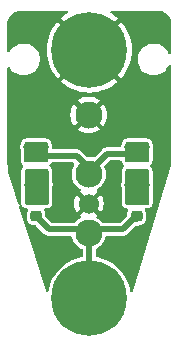
<source format=gbr>
%TF.GenerationSoftware,KiCad,Pcbnew,(6.0.11)*%
%TF.CreationDate,2023-02-05T15:16:19-06:00*%
%TF.ProjectId,Euclid Reverse Engineer,4575636c-6964-4205-9265-766572736520,rev?*%
%TF.SameCoordinates,Original*%
%TF.FileFunction,Copper,L2,Bot*%
%TF.FilePolarity,Positive*%
%FSLAX46Y46*%
G04 Gerber Fmt 4.6, Leading zero omitted, Abs format (unit mm)*
G04 Created by KiCad (PCBNEW (6.0.11)) date 2023-02-05 15:16:19*
%MOMM*%
%LPD*%
G01*
G04 APERTURE LIST*
G04 Aperture macros list*
%AMRoundRect*
0 Rectangle with rounded corners*
0 $1 Rounding radius*
0 $2 $3 $4 $5 $6 $7 $8 $9 X,Y pos of 4 corners*
0 Add a 4 corners polygon primitive as box body*
4,1,4,$2,$3,$4,$5,$6,$7,$8,$9,$2,$3,0*
0 Add four circle primitives for the rounded corners*
1,1,$1+$1,$2,$3*
1,1,$1+$1,$4,$5*
1,1,$1+$1,$6,$7*
1,1,$1+$1,$8,$9*
0 Add four rect primitives between the rounded corners*
20,1,$1+$1,$2,$3,$4,$5,0*
20,1,$1+$1,$4,$5,$6,$7,0*
20,1,$1+$1,$6,$7,$8,$9,0*
20,1,$1+$1,$8,$9,$2,$3,0*%
G04 Aperture macros list end*
%TA.AperFunction,ComponentPad*%
%ADD10C,2.300000*%
%TD*%
%TA.AperFunction,ComponentPad*%
%ADD11C,1.700000*%
%TD*%
%TA.AperFunction,ComponentPad*%
%ADD12C,0.800000*%
%TD*%
%TA.AperFunction,ComponentPad*%
%ADD13C,6.400000*%
%TD*%
%TA.AperFunction,SMDPad,CuDef*%
%ADD14RoundRect,0.200000X-0.275000X0.200000X-0.275000X-0.200000X0.275000X-0.200000X0.275000X0.200000X0*%
%TD*%
%TA.AperFunction,SMDPad,CuDef*%
%ADD15RoundRect,0.218750X0.256250X-0.218750X0.256250X0.218750X-0.256250X0.218750X-0.256250X-0.218750X0*%
%TD*%
%TA.AperFunction,ViaPad*%
%ADD16C,0.800000*%
%TD*%
%TA.AperFunction,Conductor*%
%ADD17C,0.500000*%
%TD*%
G04 APERTURE END LIST*
D10*
%TO.P,J1,1,Pin_1*%
%TO.N,/sig*%
X150700000Y-113700000D03*
D11*
%TO.P,J1,2,Pin_2*%
%TO.N,/gnd*%
X150700000Y-111200000D03*
D10*
%TO.P,J1,3,Pin_3*%
%TO.N,/vcc*%
X150700000Y-108700000D03*
%TO.P,J1,4,Pin_4*%
%TO.N,/gnd*%
X150700000Y-103700000D03*
%TD*%
D12*
%TO.P,H2,1,1*%
%TO.N,/gnd*%
X148350000Y-98200000D03*
X149052944Y-99897056D03*
X152447056Y-96502944D03*
X149052944Y-96502944D03*
X150750000Y-100600000D03*
D13*
X150750000Y-98200000D03*
D12*
X150750000Y-95800000D03*
X152447056Y-99897056D03*
X153150000Y-98200000D03*
%TD*%
D13*
%TO.P,H1,1,1*%
%TO.N,/sig*%
X150750000Y-119200000D03*
D12*
X149052944Y-120897056D03*
X153150000Y-119200000D03*
X149052944Y-117502944D03*
X152447056Y-117502944D03*
X150750000Y-121600000D03*
X152447056Y-120897056D03*
X150750000Y-116800000D03*
X148350000Y-119200000D03*
%TD*%
D14*
%TO.P,R1,1*%
%TO.N,/vcc*%
X154750000Y-107175000D03*
%TO.P,R1,2*%
%TO.N,/r to d 2*%
X154750000Y-108825000D03*
%TD*%
D15*
%TO.P,D1,1,K*%
%TO.N,/sig*%
X154750000Y-112287500D03*
%TO.P,D1,2,A*%
%TO.N,/r to d 2*%
X154750000Y-110712500D03*
%TD*%
%TO.P,D2,1,K*%
%TO.N,/sig*%
X146250000Y-112287500D03*
%TO.P,D2,2,A*%
%TO.N,/r to d 1*%
X146250000Y-110712500D03*
%TD*%
D14*
%TO.P,R2,1*%
%TO.N,/vcc*%
X146250000Y-107175000D03*
%TO.P,R2,2*%
%TO.N,/r to d 1*%
X146250000Y-108825000D03*
%TD*%
D16*
%TO.N,/gnd*%
X147250000Y-115250000D03*
X146250000Y-103250000D03*
X156200000Y-95800000D03*
X154750000Y-114250000D03*
X155500000Y-103500000D03*
X146200000Y-114000000D03*
X145200000Y-95800000D03*
%TO.N,/vcc*%
X146900000Y-106400000D03*
X145600000Y-106400000D03*
X155450000Y-106400000D03*
X154150000Y-106400000D03*
%TO.N,/r to d 2*%
X154150000Y-109600000D03*
X155450000Y-109600000D03*
%TO.N,/r to d 1*%
X146950000Y-109600000D03*
X145650000Y-109600000D03*
%TD*%
D17*
%TO.N,/sig*%
X153625000Y-113375000D02*
X150875000Y-113375000D01*
X146250000Y-112287500D02*
X147337500Y-113375000D01*
X154750000Y-112537500D02*
X154712500Y-112537500D01*
X147337500Y-113375000D02*
X150875000Y-113375000D01*
X153625000Y-113375000D02*
X154712500Y-112287500D01*
X150750000Y-113500000D02*
X150750000Y-119200000D01*
X150875000Y-116225000D02*
X150750000Y-116350000D01*
X154712500Y-112287500D02*
X154750000Y-112287500D01*
%TO.N,/vcc*%
X149675000Y-107175000D02*
X146250000Y-107175000D01*
X150875000Y-108375000D02*
X152250000Y-107000000D01*
X150875000Y-108375000D02*
X149675000Y-107175000D01*
X154575000Y-107000000D02*
X154750000Y-107175000D01*
X152250000Y-107000000D02*
X154575000Y-107000000D01*
%TO.N,/r to d 2*%
X154750000Y-108825000D02*
X154750000Y-110962500D01*
%TO.N,/r to d 1*%
X146250000Y-108825000D02*
X146250000Y-110712500D01*
%TD*%
%TA.AperFunction,Conductor*%
%TO.N,/gnd*%
G36*
X148924232Y-94881162D02*
G01*
X148970725Y-94934818D01*
X148980829Y-95005092D01*
X148951335Y-95069672D01*
X148924736Y-95092832D01*
X148633848Y-95281737D01*
X148628493Y-95285628D01*
X148360760Y-95502434D01*
X148352292Y-95514692D01*
X148358625Y-95525782D01*
X150737188Y-97904345D01*
X150751132Y-97911959D01*
X150752965Y-97911828D01*
X150759580Y-97907577D01*
X153140509Y-95526648D01*
X153147649Y-95513572D01*
X153140191Y-95503203D01*
X152871507Y-95285628D01*
X152866152Y-95281737D01*
X152575264Y-95092832D01*
X152529028Y-95038956D01*
X152519258Y-94968635D01*
X152549058Y-94904195D01*
X152608967Y-94866096D01*
X152643889Y-94861160D01*
X156462683Y-94861160D01*
X156484563Y-94863074D01*
X156489145Y-94863882D01*
X156500000Y-94865796D01*
X156510856Y-94863882D01*
X156521878Y-94863882D01*
X156521878Y-94864439D01*
X156534152Y-94863848D01*
X156677762Y-94875150D01*
X156697288Y-94878243D01*
X156861036Y-94917555D01*
X156879835Y-94923663D01*
X157035409Y-94988103D01*
X157053021Y-94997076D01*
X157121365Y-95038956D01*
X157196609Y-95085064D01*
X157212598Y-95096680D01*
X157340655Y-95206049D01*
X157354630Y-95220025D01*
X157463998Y-95348076D01*
X157475619Y-95364069D01*
X157563612Y-95507655D01*
X157572580Y-95525254D01*
X157637027Y-95680835D01*
X157643137Y-95699638D01*
X157682452Y-95863382D01*
X157685545Y-95882910D01*
X157696838Y-96026353D01*
X157696241Y-96038789D01*
X157696777Y-96038789D01*
X157696777Y-96049814D01*
X157694864Y-96060668D01*
X157696778Y-96071521D01*
X157696778Y-96071524D01*
X157697585Y-96076097D01*
X157699500Y-96097980D01*
X157699500Y-98451782D01*
X157679498Y-98519903D01*
X157625842Y-98566396D01*
X157555568Y-98576500D01*
X157490988Y-98547006D01*
X157459305Y-98505032D01*
X157454933Y-98495655D01*
X157374035Y-98322171D01*
X157238495Y-98128599D01*
X157071401Y-97961505D01*
X156877829Y-97825965D01*
X156872851Y-97823644D01*
X156872848Y-97823642D01*
X156668645Y-97728420D01*
X156668643Y-97728419D01*
X156663663Y-97726097D01*
X156658355Y-97724675D01*
X156658353Y-97724674D01*
X156440723Y-97666361D01*
X156440722Y-97666361D01*
X156435408Y-97664937D01*
X156332318Y-97655918D01*
X156261690Y-97649738D01*
X156261683Y-97649738D01*
X156258966Y-97649500D01*
X156141034Y-97649500D01*
X156138317Y-97649738D01*
X156138310Y-97649738D01*
X156067682Y-97655918D01*
X155964592Y-97664937D01*
X155959278Y-97666361D01*
X155959277Y-97666361D01*
X155741647Y-97724674D01*
X155741645Y-97724675D01*
X155736337Y-97726097D01*
X155731357Y-97728419D01*
X155731355Y-97728420D01*
X155527152Y-97823642D01*
X155527149Y-97823644D01*
X155522171Y-97825965D01*
X155328599Y-97961505D01*
X155161505Y-98128599D01*
X155158348Y-98133107D01*
X155158346Y-98133110D01*
X155109433Y-98202965D01*
X155025965Y-98322170D01*
X155023642Y-98327152D01*
X155023639Y-98327157D01*
X154948618Y-98488041D01*
X154926097Y-98536337D01*
X154924675Y-98541645D01*
X154924674Y-98541647D01*
X154915335Y-98576500D01*
X154864937Y-98764592D01*
X154844341Y-99000000D01*
X154864937Y-99235408D01*
X154866361Y-99240722D01*
X154866361Y-99240723D01*
X154920208Y-99441683D01*
X154926097Y-99463663D01*
X154928419Y-99468643D01*
X154928420Y-99468645D01*
X155021942Y-99669201D01*
X155025965Y-99677829D01*
X155161505Y-99871401D01*
X155328599Y-100038495D01*
X155522171Y-100174035D01*
X155527149Y-100176356D01*
X155527152Y-100176358D01*
X155731355Y-100271580D01*
X155736337Y-100273903D01*
X155741645Y-100275325D01*
X155741647Y-100275326D01*
X155959277Y-100333639D01*
X155964592Y-100335063D01*
X156067682Y-100344082D01*
X156138310Y-100350262D01*
X156138317Y-100350262D01*
X156141034Y-100350500D01*
X156258966Y-100350500D01*
X156261683Y-100350262D01*
X156261690Y-100350262D01*
X156332318Y-100344082D01*
X156435408Y-100335063D01*
X156440723Y-100333639D01*
X156658353Y-100275326D01*
X156658355Y-100275325D01*
X156663663Y-100273903D01*
X156668645Y-100271580D01*
X156872848Y-100176358D01*
X156872851Y-100176356D01*
X156877829Y-100174035D01*
X157071401Y-100038495D01*
X157238495Y-99871401D01*
X157241655Y-99866889D01*
X157370878Y-99682339D01*
X157370881Y-99682334D01*
X157374035Y-99677830D01*
X157376358Y-99672848D01*
X157376361Y-99672843D01*
X157459305Y-99494968D01*
X157506222Y-99441683D01*
X157574500Y-99422222D01*
X157642460Y-99442764D01*
X157688525Y-99496787D01*
X157699500Y-99548218D01*
X157699500Y-107459055D01*
X157697200Y-107483020D01*
X157694906Y-107494862D01*
X157696637Y-107505748D01*
X157696557Y-107510504D01*
X157697527Y-107529866D01*
X157685090Y-107745568D01*
X157684082Y-107755786D01*
X157649984Y-107999323D01*
X157648147Y-108009425D01*
X157594335Y-108249368D01*
X157591682Y-108259287D01*
X157576889Y-108306750D01*
X157538318Y-108430506D01*
X157532205Y-108450118D01*
X157530024Y-108456142D01*
X157530093Y-108456167D01*
X157529049Y-108459084D01*
X157527878Y-108461914D01*
X157526989Y-108464843D01*
X157526986Y-108464851D01*
X157526313Y-108467070D01*
X157521466Y-108478344D01*
X157518079Y-108487831D01*
X157512627Y-108497411D01*
X157510780Y-108508278D01*
X157510779Y-108508281D01*
X157508268Y-108523051D01*
X157504617Y-108538537D01*
X154444462Y-118619049D01*
X154405535Y-118678422D01*
X154340687Y-118707324D01*
X154270508Y-118696579D01*
X154217279Y-118649598D01*
X154199446Y-118602159D01*
X154179221Y-118474467D01*
X154178705Y-118471206D01*
X154083742Y-118116801D01*
X153952255Y-117774264D01*
X153785682Y-117447348D01*
X153585851Y-117139634D01*
X153354949Y-116854494D01*
X153095506Y-116595051D01*
X152810366Y-116364149D01*
X152502652Y-116164318D01*
X152499718Y-116162823D01*
X152499711Y-116162819D01*
X152178676Y-115999243D01*
X152175736Y-115997745D01*
X151833199Y-115866258D01*
X151478794Y-115771295D01*
X151475535Y-115770779D01*
X151475531Y-115770778D01*
X151449547Y-115766663D01*
X151406789Y-115759891D01*
X151342637Y-115729479D01*
X151305110Y-115669211D01*
X151300500Y-115635442D01*
X151300500Y-115099691D01*
X151320502Y-115031570D01*
X151371068Y-114986539D01*
X151440623Y-114952465D01*
X151440627Y-114952463D01*
X151445264Y-114950191D01*
X151526492Y-114892252D01*
X151635242Y-114814681D01*
X151639445Y-114811683D01*
X151808397Y-114643320D01*
X151947582Y-114449623D01*
X151996106Y-114351444D01*
X152050969Y-114240437D01*
X152050970Y-114240435D01*
X152053263Y-114235795D01*
X152120384Y-114014872D01*
X152159325Y-113955507D01*
X152224179Y-113926620D01*
X152240943Y-113925500D01*
X153610007Y-113925500D01*
X153615284Y-113925611D01*
X153677294Y-113928210D01*
X153688848Y-113925500D01*
X153719662Y-113918273D01*
X153731333Y-113916110D01*
X153746229Y-113914069D01*
X153774432Y-113910206D01*
X153788230Y-113904235D01*
X153809499Y-113897201D01*
X153815775Y-113895729D01*
X153824136Y-113893768D01*
X153831661Y-113889631D01*
X153831664Y-113889630D01*
X153862268Y-113872805D01*
X153872913Y-113867589D01*
X153912855Y-113850305D01*
X153924541Y-113840842D01*
X153943126Y-113828354D01*
X153956308Y-113821107D01*
X153964422Y-113814103D01*
X153988958Y-113789567D01*
X153998759Y-113780742D01*
X154023392Y-113760794D01*
X154023393Y-113760793D01*
X154030070Y-113755386D01*
X154040966Y-113740054D01*
X154054576Y-113723949D01*
X154653619Y-113124905D01*
X154715932Y-113090880D01*
X154742715Y-113088000D01*
X154787785Y-113088000D01*
X154792030Y-113087418D01*
X154792037Y-113087418D01*
X154890923Y-113073872D01*
X154890926Y-113073871D01*
X154899432Y-113072706D01*
X154984573Y-113035862D01*
X155034611Y-113025500D01*
X155046594Y-113025500D01*
X155092550Y-113019939D01*
X155123234Y-113016226D01*
X155123236Y-113016226D01*
X155131273Y-113015253D01*
X155263548Y-112962881D01*
X155376867Y-112876867D01*
X155462881Y-112763548D01*
X155515253Y-112631273D01*
X155517634Y-112611602D01*
X155525044Y-112550360D01*
X155525500Y-112546594D01*
X155525500Y-112028406D01*
X155515253Y-111943727D01*
X155462881Y-111811452D01*
X155457691Y-111804614D01*
X155453471Y-111797125D01*
X155455554Y-111795951D01*
X155434765Y-111741324D01*
X155449395Y-111671851D01*
X155499262Y-111621316D01*
X155560381Y-111605500D01*
X155674000Y-111605500D01*
X155677346Y-111605140D01*
X155677351Y-111605140D01*
X155735573Y-111598881D01*
X155735580Y-111598880D01*
X155738937Y-111598519D01*
X155742238Y-111597801D01*
X155789277Y-111587569D01*
X155789292Y-111587565D01*
X155791279Y-111587133D01*
X155793242Y-111586570D01*
X155793250Y-111586568D01*
X155821916Y-111578347D01*
X155821919Y-111578346D01*
X155829488Y-111576175D01*
X155914730Y-111526322D01*
X155921380Y-111522433D01*
X155921384Y-111522430D01*
X155926401Y-111519496D01*
X155980057Y-111473003D01*
X156022238Y-111428267D01*
X156026320Y-111420239D01*
X156026322Y-111420236D01*
X156070484Y-111333381D01*
X156070485Y-111333377D01*
X156073123Y-111328190D01*
X156077077Y-111314726D01*
X156084549Y-111289277D01*
X156093125Y-111260069D01*
X156096164Y-111238937D01*
X156100384Y-111209580D01*
X156105500Y-111174000D01*
X156105500Y-109871940D01*
X156114593Y-109824944D01*
X156128765Y-109789691D01*
X156128767Y-109789684D01*
X156131601Y-109782634D01*
X156155490Y-109614778D01*
X156155645Y-109600000D01*
X156153840Y-109585080D01*
X156150224Y-109555201D01*
X156135276Y-109431680D01*
X156113634Y-109374406D01*
X156105500Y-109329868D01*
X156105500Y-108426000D01*
X156098519Y-108361063D01*
X156092982Y-108335607D01*
X156087569Y-108310723D01*
X156087565Y-108310708D01*
X156087133Y-108308721D01*
X156076175Y-108270512D01*
X156063809Y-108249368D01*
X156022433Y-108178620D01*
X156022430Y-108178616D01*
X156019496Y-108173599D01*
X155973003Y-108119943D01*
X155970687Y-108117759D01*
X155970680Y-108117752D01*
X155941319Y-108090068D01*
X155905477Y-108028783D01*
X155908458Y-107957849D01*
X155945244Y-107903169D01*
X155977652Y-107875087D01*
X155977653Y-107875086D01*
X155980057Y-107873003D01*
X156022238Y-107828267D01*
X156026320Y-107820239D01*
X156026322Y-107820236D01*
X156070484Y-107733381D01*
X156070485Y-107733377D01*
X156073123Y-107728190D01*
X156093125Y-107660069D01*
X156094614Y-107649718D01*
X156100357Y-107609772D01*
X156105500Y-107574000D01*
X156105500Y-106671940D01*
X156114593Y-106624944D01*
X156128765Y-106589691D01*
X156128767Y-106589684D01*
X156131601Y-106582634D01*
X156140332Y-106521285D01*
X156154909Y-106418862D01*
X156154909Y-106418859D01*
X156155490Y-106414778D01*
X156155645Y-106400000D01*
X156153840Y-106385080D01*
X156136188Y-106239220D01*
X156135276Y-106231680D01*
X156113634Y-106174406D01*
X156106022Y-106132727D01*
X156105681Y-106132745D01*
X156105538Y-106130075D01*
X156105500Y-106129868D01*
X156105500Y-106126000D01*
X156098519Y-106061063D01*
X156092982Y-106035607D01*
X156087569Y-106010723D01*
X156087565Y-106010708D01*
X156087133Y-106008721D01*
X156076175Y-105970512D01*
X156019496Y-105873599D01*
X155973003Y-105819943D01*
X155928267Y-105777762D01*
X155920239Y-105773680D01*
X155920236Y-105773678D01*
X155833381Y-105729516D01*
X155833377Y-105729515D01*
X155828190Y-105726877D01*
X155822604Y-105725237D01*
X155822602Y-105725236D01*
X155782400Y-105713432D01*
X155760069Y-105706875D01*
X155755613Y-105706234D01*
X155755607Y-105706233D01*
X155709772Y-105699643D01*
X155674000Y-105694500D01*
X153926000Y-105694500D01*
X153922654Y-105694860D01*
X153922649Y-105694860D01*
X153864427Y-105701119D01*
X153864420Y-105701120D01*
X153861063Y-105701481D01*
X153857763Y-105702199D01*
X153857762Y-105702199D01*
X153810723Y-105712431D01*
X153810708Y-105712435D01*
X153808721Y-105712867D01*
X153806758Y-105713430D01*
X153806750Y-105713432D01*
X153778084Y-105721653D01*
X153778081Y-105721654D01*
X153770512Y-105723825D01*
X153763712Y-105727802D01*
X153678620Y-105777567D01*
X153678616Y-105777570D01*
X153673599Y-105780504D01*
X153619943Y-105826997D01*
X153577762Y-105871733D01*
X153573680Y-105879761D01*
X153573678Y-105879764D01*
X153530994Y-105963712D01*
X153526877Y-105971810D01*
X153506875Y-106039931D01*
X153506234Y-106044387D01*
X153506233Y-106044393D01*
X153503353Y-106064427D01*
X153494500Y-106126000D01*
X153494500Y-106130507D01*
X153494179Y-106134992D01*
X153493396Y-106134936D01*
X153485893Y-106174834D01*
X153466524Y-106224513D01*
X153465532Y-106232046D01*
X153465532Y-106232047D01*
X153451327Y-106339946D01*
X153422605Y-106404873D01*
X153363339Y-106443965D01*
X153326405Y-106449500D01*
X152264993Y-106449500D01*
X152259717Y-106449389D01*
X152255310Y-106449204D01*
X152197706Y-106446790D01*
X152189341Y-106448752D01*
X152155338Y-106456727D01*
X152143667Y-106458890D01*
X152128771Y-106460931D01*
X152100568Y-106464794D01*
X152092684Y-106468206D01*
X152092683Y-106468206D01*
X152086770Y-106470765D01*
X152065501Y-106477799D01*
X152050864Y-106481232D01*
X152043339Y-106485369D01*
X152043336Y-106485370D01*
X152012732Y-106502195D01*
X152002087Y-106507411D01*
X151962145Y-106524695D01*
X151950459Y-106534158D01*
X151931875Y-106546645D01*
X151918692Y-106553893D01*
X151910578Y-106560897D01*
X151886042Y-106585433D01*
X151876241Y-106594258D01*
X151851608Y-106614206D01*
X151844930Y-106619614D01*
X151839957Y-106626612D01*
X151839952Y-106626617D01*
X151834032Y-106634948D01*
X151820421Y-106651054D01*
X151206927Y-107264548D01*
X151144615Y-107298574D01*
X151081997Y-107294619D01*
X151081668Y-107295864D01*
X151076669Y-107294543D01*
X151071794Y-107292817D01*
X151041601Y-107287439D01*
X150842060Y-107251894D01*
X150842056Y-107251894D01*
X150836972Y-107250988D01*
X150757010Y-107250011D01*
X150603641Y-107248137D01*
X150603639Y-107248137D01*
X150598471Y-107248074D01*
X150593358Y-107248856D01*
X150588977Y-107249163D01*
X150519627Y-107233964D01*
X150491089Y-107212565D01*
X150074882Y-106796358D01*
X150071229Y-106792549D01*
X150035015Y-106753167D01*
X150029201Y-106746844D01*
X149992198Y-106723901D01*
X149982448Y-106717200D01*
X149947783Y-106690888D01*
X149933804Y-106685354D01*
X149913801Y-106675293D01*
X149901014Y-106667365D01*
X149892763Y-106664968D01*
X149892761Y-106664967D01*
X149859228Y-106655225D01*
X149847995Y-106651379D01*
X149807547Y-106635364D01*
X149799006Y-106634466D01*
X149799005Y-106634466D01*
X149792592Y-106633792D01*
X149770617Y-106629480D01*
X149756175Y-106625285D01*
X149748692Y-106624736D01*
X149747792Y-106624669D01*
X149747781Y-106624669D01*
X149745485Y-106624500D01*
X149710783Y-106624500D01*
X149697613Y-106623810D01*
X149687384Y-106622735D01*
X149657546Y-106619599D01*
X149649081Y-106621031D01*
X149649072Y-106621031D01*
X149639000Y-106622735D01*
X149617987Y-106624500D01*
X147720844Y-106624500D01*
X147652723Y-106604498D01*
X147606230Y-106550842D01*
X147596101Y-106480748D01*
X147605490Y-106414778D01*
X147605645Y-106400000D01*
X147603840Y-106385080D01*
X147586188Y-106239220D01*
X147585276Y-106231680D01*
X147563634Y-106174406D01*
X147556022Y-106132727D01*
X147555681Y-106132745D01*
X147555538Y-106130075D01*
X147555500Y-106129868D01*
X147555500Y-106126000D01*
X147548519Y-106061063D01*
X147542982Y-106035607D01*
X147537569Y-106010723D01*
X147537565Y-106010708D01*
X147537133Y-106008721D01*
X147526175Y-105970512D01*
X147469496Y-105873599D01*
X147423003Y-105819943D01*
X147378267Y-105777762D01*
X147370239Y-105773680D01*
X147370236Y-105773678D01*
X147283381Y-105729516D01*
X147283377Y-105729515D01*
X147278190Y-105726877D01*
X147272604Y-105725237D01*
X147272602Y-105725236D01*
X147232400Y-105713432D01*
X147210069Y-105706875D01*
X147205613Y-105706234D01*
X147205607Y-105706233D01*
X147159772Y-105699643D01*
X147124000Y-105694500D01*
X145376000Y-105694500D01*
X145372654Y-105694860D01*
X145372649Y-105694860D01*
X145314427Y-105701119D01*
X145314420Y-105701120D01*
X145311063Y-105701481D01*
X145307763Y-105702199D01*
X145307762Y-105702199D01*
X145260723Y-105712431D01*
X145260708Y-105712435D01*
X145258721Y-105712867D01*
X145256758Y-105713430D01*
X145256750Y-105713432D01*
X145228084Y-105721653D01*
X145228081Y-105721654D01*
X145220512Y-105723825D01*
X145213712Y-105727802D01*
X145128620Y-105777567D01*
X145128616Y-105777570D01*
X145123599Y-105780504D01*
X145069943Y-105826997D01*
X145027762Y-105871733D01*
X145023680Y-105879761D01*
X145023678Y-105879764D01*
X144980994Y-105963712D01*
X144976877Y-105971810D01*
X144956875Y-106039931D01*
X144956234Y-106044387D01*
X144956233Y-106044393D01*
X144953353Y-106064427D01*
X144944500Y-106126000D01*
X144944500Y-106130507D01*
X144944179Y-106134992D01*
X144943396Y-106134936D01*
X144935893Y-106174834D01*
X144916524Y-106224513D01*
X144894394Y-106392611D01*
X144912999Y-106561135D01*
X144915609Y-106568267D01*
X144936826Y-106626245D01*
X144944500Y-106669546D01*
X144944500Y-107574000D01*
X144951481Y-107638937D01*
X144952199Y-107642237D01*
X144952199Y-107642238D01*
X144962431Y-107689277D01*
X144962435Y-107689292D01*
X144962867Y-107691279D01*
X144973825Y-107729488D01*
X144977802Y-107736288D01*
X145020924Y-107810020D01*
X145030504Y-107826401D01*
X145076997Y-107880057D01*
X145079309Y-107882237D01*
X145079311Y-107882239D01*
X145108682Y-107909932D01*
X145121733Y-107922238D01*
X145122811Y-107922786D01*
X145164556Y-107975260D01*
X145171702Y-108045896D01*
X145139525Y-108109182D01*
X145130362Y-108117968D01*
X145122351Y-108124910D01*
X145122348Y-108124913D01*
X145119943Y-108126997D01*
X145077762Y-108171733D01*
X145073680Y-108179761D01*
X145073678Y-108179764D01*
X145033244Y-108259287D01*
X145026877Y-108271810D01*
X145006875Y-108339931D01*
X145006234Y-108344387D01*
X145006233Y-108344393D01*
X145003353Y-108364427D01*
X144994500Y-108426000D01*
X144994500Y-109329065D01*
X144985893Y-109374834D01*
X144966524Y-109424513D01*
X144965532Y-109432046D01*
X144965532Y-109432047D01*
X144948225Y-109563514D01*
X144944394Y-109592611D01*
X144962999Y-109761135D01*
X144965609Y-109768267D01*
X144986826Y-109826245D01*
X144994500Y-109869546D01*
X144994500Y-111174000D01*
X144998673Y-111212812D01*
X144999042Y-111216245D01*
X144986436Y-111286114D01*
X144962620Y-111311694D01*
X144986981Y-111314726D01*
X145041510Y-111360192D01*
X145045588Y-111366701D01*
X145063376Y-111397115D01*
X145080504Y-111426401D01*
X145126997Y-111480057D01*
X145129309Y-111482237D01*
X145129311Y-111482239D01*
X145140002Y-111492320D01*
X145171733Y-111522238D01*
X145179761Y-111526320D01*
X145179764Y-111526322D01*
X145266619Y-111570484D01*
X145266623Y-111570485D01*
X145271810Y-111573123D01*
X145277396Y-111574763D01*
X145277398Y-111574764D01*
X145282204Y-111576175D01*
X145339931Y-111593125D01*
X145344387Y-111593766D01*
X145344393Y-111593767D01*
X145379964Y-111598881D01*
X145426000Y-111605500D01*
X145439619Y-111605500D01*
X145507740Y-111625502D01*
X145554233Y-111679158D01*
X145564337Y-111749432D01*
X145544802Y-111796152D01*
X145546529Y-111797125D01*
X145542309Y-111804614D01*
X145537119Y-111811452D01*
X145484747Y-111943727D01*
X145474500Y-112028406D01*
X145474500Y-112546594D01*
X145474956Y-112550360D01*
X145482367Y-112611602D01*
X145484747Y-112631273D01*
X145537119Y-112763548D01*
X145623133Y-112876867D01*
X145736452Y-112962881D01*
X145868727Y-113015253D01*
X145876764Y-113016226D01*
X145876766Y-113016226D01*
X145907450Y-113019939D01*
X145953406Y-113025500D01*
X146157285Y-113025500D01*
X146225406Y-113045502D01*
X146246380Y-113062405D01*
X146937620Y-113753645D01*
X146941271Y-113757452D01*
X146983299Y-113803156D01*
X146990604Y-113807685D01*
X146990605Y-113807686D01*
X147020283Y-113826087D01*
X147030053Y-113832801D01*
X147064716Y-113859112D01*
X147078693Y-113864646D01*
X147098702Y-113874709D01*
X147104188Y-113878111D01*
X147104192Y-113878113D01*
X147111486Y-113882635D01*
X147119728Y-113885029D01*
X147119731Y-113885031D01*
X147153284Y-113894779D01*
X147164497Y-113898618D01*
X147204953Y-113914635D01*
X147213496Y-113915533D01*
X147213497Y-113915533D01*
X147219902Y-113916206D01*
X147241880Y-113920518D01*
X147256325Y-113924715D01*
X147262908Y-113925198D01*
X147262911Y-113925199D01*
X147264708Y-113925331D01*
X147264719Y-113925331D01*
X147267015Y-113925500D01*
X147301719Y-113925500D01*
X147314890Y-113926190D01*
X147354954Y-113930401D01*
X147363419Y-113928969D01*
X147363428Y-113928969D01*
X147373500Y-113927265D01*
X147394513Y-113925500D01*
X149163099Y-113925500D01*
X149231220Y-113945502D01*
X149277713Y-113999158D01*
X149286015Y-114023798D01*
X149311131Y-114135245D01*
X149313073Y-114140027D01*
X149313074Y-114140031D01*
X149351960Y-114235795D01*
X149400867Y-114356239D01*
X149525493Y-114559609D01*
X149681660Y-114739894D01*
X149865176Y-114892252D01*
X150071112Y-115012591D01*
X150075941Y-115014435D01*
X150118448Y-115030667D01*
X150174952Y-115073654D01*
X150199245Y-115140365D01*
X150199500Y-115148377D01*
X150199500Y-115635442D01*
X150179498Y-115703563D01*
X150125842Y-115750056D01*
X150093212Y-115759890D01*
X150050453Y-115766663D01*
X150024469Y-115770778D01*
X150024465Y-115770779D01*
X150021206Y-115771295D01*
X149666801Y-115866258D01*
X149324264Y-115997745D01*
X149321324Y-115999243D01*
X149000289Y-116162819D01*
X149000282Y-116162823D01*
X148997348Y-116164318D01*
X148689634Y-116364149D01*
X148404494Y-116595051D01*
X148145051Y-116854494D01*
X147914149Y-117139634D01*
X147714318Y-117447348D01*
X147547745Y-117774264D01*
X147416258Y-118116801D01*
X147321295Y-118471206D01*
X147320779Y-118474467D01*
X147303599Y-118582935D01*
X147273187Y-118647088D01*
X147212918Y-118684615D01*
X147141929Y-118683601D01*
X147082757Y-118644368D01*
X147058949Y-118601011D01*
X146126683Y-115635442D01*
X144816623Y-111468098D01*
X144815276Y-111397115D01*
X144845673Y-111347781D01*
X144801904Y-111333213D01*
X144757355Y-111277932D01*
X144753563Y-111267501D01*
X144294761Y-109808037D01*
X143902209Y-108559317D01*
X143902116Y-108558903D01*
X143902164Y-108557513D01*
X143898342Y-108545753D01*
X143893128Y-108522307D01*
X143853720Y-108204442D01*
X143853280Y-108200348D01*
X143837510Y-108026877D01*
X143821193Y-107847395D01*
X143820889Y-107843298D01*
X143820164Y-107830797D01*
X143802333Y-107523564D01*
X143803233Y-107499567D01*
X143803411Y-107498233D01*
X143803411Y-107498230D01*
X143804872Y-107487302D01*
X143802507Y-107476533D01*
X143802216Y-107469539D01*
X143800500Y-107453720D01*
X143800500Y-104930421D01*
X149758567Y-104930421D01*
X149765354Y-104940122D01*
X149782351Y-104954638D01*
X149790333Y-104960438D01*
X149989919Y-105082745D01*
X149998713Y-105087226D01*
X150214970Y-105176802D01*
X150224355Y-105179851D01*
X150451964Y-105234496D01*
X150461711Y-105236039D01*
X150695070Y-105254405D01*
X150704930Y-105254405D01*
X150938289Y-105236039D01*
X150948036Y-105234496D01*
X151175645Y-105179851D01*
X151185030Y-105176802D01*
X151401287Y-105087226D01*
X151410081Y-105082745D01*
X151609667Y-104960438D01*
X151617649Y-104954638D01*
X151633076Y-104941463D01*
X151641506Y-104928549D01*
X151635499Y-104918342D01*
X150712812Y-103995655D01*
X150698868Y-103988041D01*
X150697035Y-103988172D01*
X150690420Y-103992423D01*
X149765959Y-104916884D01*
X149758567Y-104930421D01*
X143800500Y-104930421D01*
X143800500Y-103704930D01*
X149145595Y-103704930D01*
X149163961Y-103938289D01*
X149165504Y-103948036D01*
X149220149Y-104175645D01*
X149223198Y-104185030D01*
X149312774Y-104401287D01*
X149317255Y-104410081D01*
X149439562Y-104609667D01*
X149445362Y-104617649D01*
X149458537Y-104633076D01*
X149471451Y-104641506D01*
X149481658Y-104635499D01*
X150404345Y-103712812D01*
X150410723Y-103701132D01*
X150988041Y-103701132D01*
X150988172Y-103702965D01*
X150992423Y-103709580D01*
X151916884Y-104634041D01*
X151930421Y-104641433D01*
X151940122Y-104634646D01*
X151954638Y-104617649D01*
X151960438Y-104609667D01*
X152082745Y-104410081D01*
X152087226Y-104401287D01*
X152176802Y-104185030D01*
X152179851Y-104175645D01*
X152234496Y-103948036D01*
X152236039Y-103938289D01*
X152254405Y-103704930D01*
X152254405Y-103695070D01*
X152236039Y-103461711D01*
X152234496Y-103451964D01*
X152179851Y-103224355D01*
X152176802Y-103214970D01*
X152087226Y-102998713D01*
X152082745Y-102989919D01*
X151960438Y-102790333D01*
X151954638Y-102782351D01*
X151941463Y-102766924D01*
X151928549Y-102758494D01*
X151918342Y-102764501D01*
X150995655Y-103687188D01*
X150988041Y-103701132D01*
X150410723Y-103701132D01*
X150411959Y-103698868D01*
X150411828Y-103697035D01*
X150407577Y-103690420D01*
X149483116Y-102765959D01*
X149469579Y-102758567D01*
X149459878Y-102765354D01*
X149445362Y-102782351D01*
X149439562Y-102790333D01*
X149317255Y-102989919D01*
X149312774Y-102998713D01*
X149223198Y-103214970D01*
X149220149Y-103224355D01*
X149165504Y-103451964D01*
X149163961Y-103461711D01*
X149145595Y-103695070D01*
X149145595Y-103704930D01*
X143800500Y-103704930D01*
X143800500Y-102471451D01*
X149758494Y-102471451D01*
X149764501Y-102481658D01*
X150687188Y-103404345D01*
X150701132Y-103411959D01*
X150702965Y-103411828D01*
X150709580Y-103407577D01*
X151634041Y-102483116D01*
X151641433Y-102469579D01*
X151634646Y-102459878D01*
X151617649Y-102445362D01*
X151609667Y-102439562D01*
X151410081Y-102317255D01*
X151401287Y-102312774D01*
X151185030Y-102223198D01*
X151175645Y-102220149D01*
X150948036Y-102165504D01*
X150938289Y-102163961D01*
X150704930Y-102145595D01*
X150695070Y-102145595D01*
X150461711Y-102163961D01*
X150451964Y-102165504D01*
X150224355Y-102220149D01*
X150214970Y-102223198D01*
X149998713Y-102312774D01*
X149989919Y-102317255D01*
X149790333Y-102439562D01*
X149782351Y-102445362D01*
X149766924Y-102458537D01*
X149758494Y-102471451D01*
X143800500Y-102471451D01*
X143800500Y-100886428D01*
X148352351Y-100886428D01*
X148359809Y-100896797D01*
X148628493Y-101114372D01*
X148633844Y-101118260D01*
X148944761Y-101320172D01*
X148950471Y-101323469D01*
X149280799Y-101491779D01*
X149286824Y-101494461D01*
X149632922Y-101627316D01*
X149639204Y-101629357D01*
X149997302Y-101725308D01*
X150003752Y-101726679D01*
X150369933Y-101784678D01*
X150376471Y-101785364D01*
X150746699Y-101804767D01*
X150753301Y-101804767D01*
X151123529Y-101785364D01*
X151130067Y-101784678D01*
X151496248Y-101726679D01*
X151502698Y-101725308D01*
X151860796Y-101629357D01*
X151867078Y-101627316D01*
X152213176Y-101494461D01*
X152219201Y-101491779D01*
X152549529Y-101323469D01*
X152555239Y-101320172D01*
X152866156Y-101118260D01*
X152871507Y-101114372D01*
X153139240Y-100897566D01*
X153147708Y-100885308D01*
X153141375Y-100874218D01*
X150762812Y-98495655D01*
X150748868Y-98488041D01*
X150747035Y-98488172D01*
X150740420Y-98492423D01*
X148359491Y-100873352D01*
X148352351Y-100886428D01*
X143800500Y-100886428D01*
X143800500Y-99755452D01*
X143820502Y-99687331D01*
X143874158Y-99640838D01*
X143944432Y-99630734D01*
X144009012Y-99660228D01*
X144029713Y-99683182D01*
X144161505Y-99871401D01*
X144328599Y-100038495D01*
X144522171Y-100174035D01*
X144527149Y-100176356D01*
X144527152Y-100176358D01*
X144731355Y-100271580D01*
X144736337Y-100273903D01*
X144741645Y-100275325D01*
X144741647Y-100275326D01*
X144959277Y-100333639D01*
X144964592Y-100335063D01*
X145067682Y-100344082D01*
X145138310Y-100350262D01*
X145138317Y-100350262D01*
X145141034Y-100350500D01*
X145258966Y-100350500D01*
X145261683Y-100350262D01*
X145261690Y-100350262D01*
X145332318Y-100344082D01*
X145435408Y-100335063D01*
X145440723Y-100333639D01*
X145658353Y-100275326D01*
X145658355Y-100275325D01*
X145663663Y-100273903D01*
X145668645Y-100271580D01*
X145872848Y-100176358D01*
X145872851Y-100176356D01*
X145877829Y-100174035D01*
X146071401Y-100038495D01*
X146238495Y-99871401D01*
X146241655Y-99866889D01*
X146370878Y-99682339D01*
X146370881Y-99682334D01*
X146374035Y-99677830D01*
X146376358Y-99672848D01*
X146376361Y-99672843D01*
X146471580Y-99468645D01*
X146471581Y-99468644D01*
X146473903Y-99463663D01*
X146479793Y-99441683D01*
X146533639Y-99240723D01*
X146533639Y-99240722D01*
X146535063Y-99235408D01*
X146555659Y-99000000D01*
X146535063Y-98764592D01*
X146484665Y-98576500D01*
X146475326Y-98541647D01*
X146475325Y-98541645D01*
X146473903Y-98536337D01*
X146454933Y-98495655D01*
X146376358Y-98327152D01*
X146376356Y-98327149D01*
X146374035Y-98322171D01*
X146290802Y-98203301D01*
X147145233Y-98203301D01*
X147164636Y-98573529D01*
X147165322Y-98580067D01*
X147223321Y-98946248D01*
X147224692Y-98952698D01*
X147320643Y-99310796D01*
X147322684Y-99317078D01*
X147455539Y-99663176D01*
X147458221Y-99669201D01*
X147626531Y-99999529D01*
X147629828Y-100005239D01*
X147831740Y-100316156D01*
X147835628Y-100321507D01*
X148052434Y-100589240D01*
X148064692Y-100597708D01*
X148075782Y-100591375D01*
X150454345Y-98212812D01*
X150460723Y-98201132D01*
X151038041Y-98201132D01*
X151038172Y-98202965D01*
X151042423Y-98209580D01*
X153423352Y-100590509D01*
X153436428Y-100597649D01*
X153446797Y-100590191D01*
X153664372Y-100321507D01*
X153668260Y-100316156D01*
X153870172Y-100005239D01*
X153873469Y-99999529D01*
X154041779Y-99669201D01*
X154044461Y-99663176D01*
X154177316Y-99317078D01*
X154179357Y-99310796D01*
X154275308Y-98952698D01*
X154276679Y-98946248D01*
X154334678Y-98580067D01*
X154335364Y-98573529D01*
X154354767Y-98203301D01*
X154354767Y-98196699D01*
X154335364Y-97826471D01*
X154334678Y-97819933D01*
X154276679Y-97453752D01*
X154275308Y-97447302D01*
X154179357Y-97089204D01*
X154177316Y-97082922D01*
X154044461Y-96736824D01*
X154041779Y-96730799D01*
X153873469Y-96400471D01*
X153870172Y-96394761D01*
X153668260Y-96083844D01*
X153664372Y-96078493D01*
X153447566Y-95810760D01*
X153435308Y-95802292D01*
X153424218Y-95808625D01*
X151045655Y-98187188D01*
X151038041Y-98201132D01*
X150460723Y-98201132D01*
X150461959Y-98198868D01*
X150461828Y-98197035D01*
X150457577Y-98190420D01*
X148076648Y-95809491D01*
X148063572Y-95802351D01*
X148053203Y-95809809D01*
X147835628Y-96078493D01*
X147831740Y-96083844D01*
X147629828Y-96394761D01*
X147626531Y-96400471D01*
X147458221Y-96730799D01*
X147455539Y-96736824D01*
X147322684Y-97082922D01*
X147320643Y-97089204D01*
X147224692Y-97447302D01*
X147223321Y-97453752D01*
X147165322Y-97819933D01*
X147164636Y-97826471D01*
X147145233Y-98196699D01*
X147145233Y-98203301D01*
X146290802Y-98203301D01*
X146238495Y-98128599D01*
X146071401Y-97961505D01*
X145877829Y-97825965D01*
X145872851Y-97823644D01*
X145872848Y-97823642D01*
X145668645Y-97728420D01*
X145668643Y-97728419D01*
X145663663Y-97726097D01*
X145658355Y-97724675D01*
X145658353Y-97724674D01*
X145440723Y-97666361D01*
X145440722Y-97666361D01*
X145435408Y-97664937D01*
X145332318Y-97655918D01*
X145261690Y-97649738D01*
X145261683Y-97649738D01*
X145258966Y-97649500D01*
X145141034Y-97649500D01*
X145138317Y-97649738D01*
X145138310Y-97649738D01*
X145067682Y-97655918D01*
X144964592Y-97664937D01*
X144959278Y-97666361D01*
X144959277Y-97666361D01*
X144741647Y-97724674D01*
X144741645Y-97724675D01*
X144736337Y-97726097D01*
X144731357Y-97728419D01*
X144731355Y-97728420D01*
X144527152Y-97823642D01*
X144527149Y-97823644D01*
X144522171Y-97825965D01*
X144328599Y-97961505D01*
X144161505Y-98128599D01*
X144158348Y-98133107D01*
X144158346Y-98133110D01*
X144029713Y-98316817D01*
X143974256Y-98361145D01*
X143903636Y-98368454D01*
X143840276Y-98336423D01*
X143804291Y-98275222D01*
X143800500Y-98244546D01*
X143800500Y-96097980D01*
X143802415Y-96076097D01*
X143803221Y-96071525D01*
X143803221Y-96071524D01*
X143805136Y-96060668D01*
X143803222Y-96049810D01*
X143803222Y-96038788D01*
X143803779Y-96038788D01*
X143803189Y-96026509D01*
X143814494Y-95882916D01*
X143817587Y-95863388D01*
X143856901Y-95699652D01*
X143863011Y-95680849D01*
X143926886Y-95526648D01*
X143927454Y-95525277D01*
X143936428Y-95507666D01*
X144024416Y-95364089D01*
X144036037Y-95348094D01*
X144068260Y-95310367D01*
X144145403Y-95220047D01*
X144159374Y-95206077D01*
X144287425Y-95096714D01*
X144303412Y-95085099D01*
X144446994Y-94997113D01*
X144464609Y-94988138D01*
X144511695Y-94968635D01*
X144620177Y-94923701D01*
X144638976Y-94917593D01*
X144802718Y-94878282D01*
X144822244Y-94875189D01*
X144966004Y-94863875D01*
X144978122Y-94864458D01*
X144978122Y-94863881D01*
X144989142Y-94863881D01*
X145000000Y-94865796D01*
X145010855Y-94863882D01*
X145010856Y-94863882D01*
X145015437Y-94863074D01*
X145037317Y-94861160D01*
X148856111Y-94861160D01*
X148924232Y-94881162D01*
G37*
%TD.AperFunction*%
%TA.AperFunction,Conductor*%
G36*
X153448826Y-107570502D02*
G01*
X153495319Y-107624158D01*
X153503826Y-107649718D01*
X153512867Y-107691279D01*
X153523825Y-107729488D01*
X153527802Y-107736288D01*
X153570924Y-107810020D01*
X153580504Y-107826401D01*
X153626997Y-107880057D01*
X153629311Y-107882239D01*
X153629320Y-107882248D01*
X153658681Y-107909932D01*
X153694523Y-107971217D01*
X153691542Y-108042151D01*
X153654756Y-108096831D01*
X153622348Y-108124913D01*
X153619943Y-108126997D01*
X153577762Y-108171733D01*
X153573680Y-108179761D01*
X153573678Y-108179764D01*
X153533244Y-108259287D01*
X153526877Y-108271810D01*
X153506875Y-108339931D01*
X153506234Y-108344387D01*
X153506233Y-108344393D01*
X153503353Y-108364427D01*
X153494500Y-108426000D01*
X153494500Y-109329065D01*
X153485893Y-109374834D01*
X153466524Y-109424513D01*
X153465532Y-109432046D01*
X153465532Y-109432047D01*
X153448225Y-109563514D01*
X153444394Y-109592611D01*
X153462999Y-109761135D01*
X153465609Y-109768267D01*
X153486826Y-109826245D01*
X153494500Y-109869546D01*
X153494500Y-111174000D01*
X153494860Y-111177346D01*
X153494860Y-111177351D01*
X153499042Y-111216245D01*
X153501481Y-111238937D01*
X153502199Y-111242237D01*
X153502199Y-111242238D01*
X153512431Y-111289277D01*
X153512435Y-111289292D01*
X153512867Y-111291279D01*
X153513430Y-111293242D01*
X153513432Y-111293250D01*
X153518722Y-111311694D01*
X153523825Y-111329488D01*
X153527802Y-111336288D01*
X153572321Y-111412409D01*
X153580504Y-111426401D01*
X153626997Y-111480057D01*
X153629309Y-111482237D01*
X153629311Y-111482239D01*
X153640002Y-111492320D01*
X153671733Y-111522238D01*
X153679761Y-111526320D01*
X153679764Y-111526322D01*
X153766619Y-111570484D01*
X153766623Y-111570485D01*
X153771810Y-111573123D01*
X153777396Y-111574763D01*
X153777398Y-111574764D01*
X153782204Y-111576175D01*
X153839931Y-111593125D01*
X153844387Y-111593766D01*
X153844393Y-111593767D01*
X153879964Y-111598881D01*
X153926000Y-111605500D01*
X153939619Y-111605500D01*
X154007740Y-111625502D01*
X154054233Y-111679158D01*
X154064337Y-111749432D01*
X154044802Y-111796152D01*
X154046529Y-111797125D01*
X154042309Y-111804614D01*
X154037119Y-111811452D01*
X153984747Y-111943727D01*
X153974500Y-112028406D01*
X153974500Y-112194784D01*
X153954498Y-112262905D01*
X153937596Y-112283879D01*
X153433881Y-112787595D01*
X153371568Y-112821620D01*
X153344785Y-112824500D01*
X151920277Y-112824500D01*
X151852156Y-112804498D01*
X151827084Y-112783300D01*
X151826505Y-112782663D01*
X151692629Y-112635536D01*
X151688578Y-112632337D01*
X151688574Y-112632333D01*
X151509500Y-112490909D01*
X151509496Y-112490907D01*
X151505445Y-112487707D01*
X151422210Y-112441759D01*
X151372240Y-112391328D01*
X151357468Y-112321885D01*
X151382584Y-112255479D01*
X151410833Y-112228238D01*
X151416321Y-112224395D01*
X151424696Y-112213918D01*
X151417628Y-112200471D01*
X150712812Y-111495655D01*
X150698868Y-111488041D01*
X150697035Y-111488172D01*
X150690420Y-111492423D01*
X149981651Y-112201192D01*
X149975221Y-112212967D01*
X149984516Y-112224981D01*
X149988184Y-112227549D01*
X150032514Y-112283006D01*
X150039825Y-112353625D01*
X150007795Y-112416986D01*
X149974098Y-112442526D01*
X149924414Y-112468390D01*
X149920281Y-112471493D01*
X149920278Y-112471495D01*
X149815241Y-112550360D01*
X149733675Y-112611602D01*
X149568887Y-112784042D01*
X149567444Y-112782663D01*
X149516075Y-112818147D01*
X149476571Y-112824500D01*
X147617716Y-112824500D01*
X147549595Y-112804498D01*
X147528621Y-112787596D01*
X147062405Y-112321381D01*
X147028380Y-112259068D01*
X147025500Y-112232285D01*
X147025500Y-112028406D01*
X147015253Y-111943727D01*
X146962881Y-111811452D01*
X146957691Y-111804614D01*
X146953471Y-111797125D01*
X146955554Y-111795951D01*
X146934765Y-111741324D01*
X146949395Y-111671851D01*
X146999262Y-111621316D01*
X147060381Y-111605500D01*
X147174000Y-111605500D01*
X147177346Y-111605140D01*
X147177351Y-111605140D01*
X147235573Y-111598881D01*
X147235580Y-111598880D01*
X147238937Y-111598519D01*
X147242238Y-111597801D01*
X147289277Y-111587569D01*
X147289292Y-111587565D01*
X147291279Y-111587133D01*
X147293242Y-111586570D01*
X147293250Y-111586568D01*
X147321916Y-111578347D01*
X147321919Y-111578346D01*
X147329488Y-111576175D01*
X147414730Y-111526322D01*
X147421380Y-111522433D01*
X147421384Y-111522430D01*
X147426401Y-111519496D01*
X147480057Y-111473003D01*
X147522238Y-111428267D01*
X147526320Y-111420239D01*
X147526322Y-111420236D01*
X147570484Y-111333381D01*
X147570485Y-111333377D01*
X147573123Y-111328190D01*
X147577077Y-111314726D01*
X147584549Y-111289277D01*
X147593125Y-111260069D01*
X147596164Y-111238937D01*
X147600384Y-111209580D01*
X147600974Y-111205475D01*
X149445704Y-111205475D01*
X149463809Y-111412409D01*
X149465712Y-111423204D01*
X149519474Y-111623848D01*
X149523220Y-111634140D01*
X149611010Y-111822406D01*
X149616488Y-111831892D01*
X149675604Y-111916320D01*
X149686082Y-111924695D01*
X149699530Y-111917627D01*
X150404345Y-111212812D01*
X150410723Y-111201132D01*
X150988041Y-111201132D01*
X150988172Y-111202965D01*
X150992423Y-111209580D01*
X151701192Y-111918349D01*
X151712966Y-111924779D01*
X151724982Y-111915482D01*
X151783512Y-111831892D01*
X151788990Y-111822406D01*
X151876780Y-111634140D01*
X151880526Y-111623848D01*
X151934288Y-111423204D01*
X151936191Y-111412409D01*
X151954296Y-111205475D01*
X151954296Y-111194525D01*
X151936191Y-110987591D01*
X151934288Y-110976796D01*
X151880526Y-110776152D01*
X151876780Y-110765860D01*
X151788990Y-110577594D01*
X151783512Y-110568108D01*
X151724396Y-110483680D01*
X151713918Y-110475305D01*
X151700470Y-110482373D01*
X150995655Y-111187188D01*
X150988041Y-111201132D01*
X150410723Y-111201132D01*
X150411959Y-111198868D01*
X150411828Y-111197035D01*
X150407577Y-111190420D01*
X149698808Y-110481651D01*
X149687034Y-110475221D01*
X149675018Y-110484518D01*
X149616488Y-110568108D01*
X149611010Y-110577594D01*
X149523220Y-110765860D01*
X149519474Y-110776152D01*
X149465712Y-110976796D01*
X149463809Y-110987591D01*
X149445704Y-111194525D01*
X149445704Y-111205475D01*
X147600974Y-111205475D01*
X147605500Y-111174000D01*
X147605500Y-109871940D01*
X147614593Y-109824944D01*
X147628765Y-109789691D01*
X147628767Y-109789684D01*
X147631601Y-109782634D01*
X147655490Y-109614778D01*
X147655645Y-109600000D01*
X147653840Y-109585080D01*
X147650224Y-109555201D01*
X147635276Y-109431680D01*
X147613634Y-109374406D01*
X147605500Y-109329868D01*
X147605500Y-108426000D01*
X147598519Y-108361063D01*
X147592982Y-108335607D01*
X147587569Y-108310723D01*
X147587565Y-108310708D01*
X147587133Y-108308721D01*
X147576175Y-108270512D01*
X147563809Y-108249368D01*
X147522433Y-108178620D01*
X147522430Y-108178616D01*
X147519496Y-108173599D01*
X147473003Y-108119943D01*
X147448491Y-108096831D01*
X147434826Y-108083946D01*
X147434824Y-108083945D01*
X147428267Y-108077762D01*
X147427189Y-108077214D01*
X147385444Y-108024740D01*
X147378298Y-107954104D01*
X147410475Y-107890818D01*
X147419638Y-107882032D01*
X147427649Y-107875090D01*
X147427654Y-107875085D01*
X147430057Y-107873003D01*
X147472238Y-107828267D01*
X147476320Y-107820239D01*
X147476322Y-107820236D01*
X147489462Y-107794392D01*
X147538166Y-107742736D01*
X147601777Y-107725500D01*
X149370346Y-107725500D01*
X149438467Y-107745502D01*
X149484960Y-107799158D01*
X149495064Y-107869432D01*
X149474434Y-107922505D01*
X149438447Y-107975260D01*
X149434475Y-107981082D01*
X149432301Y-107985765D01*
X149432299Y-107985769D01*
X149345978Y-108171733D01*
X149334051Y-108197428D01*
X149270309Y-108427272D01*
X149269760Y-108432409D01*
X149247469Y-108640994D01*
X149244963Y-108664440D01*
X149245260Y-108669592D01*
X149245260Y-108669596D01*
X149258396Y-108897403D01*
X149258397Y-108897409D01*
X149258694Y-108902562D01*
X149311131Y-109135245D01*
X149313075Y-109140032D01*
X149313076Y-109140036D01*
X149351960Y-109235795D01*
X149400867Y-109356239D01*
X149525493Y-109559609D01*
X149681660Y-109739894D01*
X149865176Y-109892252D01*
X149976671Y-109957404D01*
X149980576Y-109959686D01*
X150029299Y-110011325D01*
X150042370Y-110081108D01*
X150015638Y-110146880D01*
X149989274Y-110171688D01*
X149983679Y-110175606D01*
X149975305Y-110186082D01*
X149982373Y-110199530D01*
X150687188Y-110904345D01*
X150701132Y-110911959D01*
X150702965Y-110911828D01*
X150709580Y-110907577D01*
X151418349Y-110198808D01*
X151424779Y-110187033D01*
X151415481Y-110175016D01*
X151413698Y-110173767D01*
X151369371Y-110118309D01*
X151362063Y-110047689D01*
X151394096Y-109984330D01*
X151430539Y-109957405D01*
X151445264Y-109950191D01*
X151526492Y-109892252D01*
X151635242Y-109814681D01*
X151639445Y-109811683D01*
X151808397Y-109643320D01*
X151828907Y-109614778D01*
X151944564Y-109453823D01*
X151947582Y-109449623D01*
X151995456Y-109352759D01*
X152050969Y-109240437D01*
X152050970Y-109240435D01*
X152053263Y-109235795D01*
X152122600Y-109007577D01*
X152123275Y-109002451D01*
X152153296Y-108774421D01*
X152153297Y-108774414D01*
X152153733Y-108771099D01*
X152155471Y-108700000D01*
X152143879Y-108559008D01*
X152136351Y-108467435D01*
X152136350Y-108467429D01*
X152135927Y-108462284D01*
X152077821Y-108230952D01*
X152027102Y-108114307D01*
X152018281Y-108043860D01*
X152053556Y-107974969D01*
X152441120Y-107587405D01*
X152503432Y-107553379D01*
X152530215Y-107550500D01*
X153380705Y-107550500D01*
X153448826Y-107570502D01*
G37*
%TD.AperFunction*%
%TD*%
%TA.AperFunction,Conductor*%
%TO.N,/vcc*%
G36*
X147192121Y-106020002D02*
G01*
X147238614Y-106073658D01*
X147250000Y-106126000D01*
X147250000Y-107574000D01*
X147229998Y-107642121D01*
X147176342Y-107688614D01*
X147124000Y-107700000D01*
X145376000Y-107700000D01*
X145307879Y-107679998D01*
X145261386Y-107626342D01*
X145250000Y-107574000D01*
X145250000Y-106126000D01*
X145270002Y-106057879D01*
X145323658Y-106011386D01*
X145376000Y-106000000D01*
X147124000Y-106000000D01*
X147192121Y-106020002D01*
G37*
%TD.AperFunction*%
%TD*%
%TA.AperFunction,Conductor*%
%TO.N,/vcc*%
G36*
X155742121Y-106020002D02*
G01*
X155788614Y-106073658D01*
X155800000Y-106126000D01*
X155800000Y-107574000D01*
X155779998Y-107642121D01*
X155726342Y-107688614D01*
X155674000Y-107700000D01*
X153926000Y-107700000D01*
X153857879Y-107679998D01*
X153811386Y-107626342D01*
X153800000Y-107574000D01*
X153800000Y-106126000D01*
X153820002Y-106057879D01*
X153873658Y-106011386D01*
X153926000Y-106000000D01*
X155674000Y-106000000D01*
X155742121Y-106020002D01*
G37*
%TD.AperFunction*%
%TD*%
%TA.AperFunction,Conductor*%
%TO.N,/r to d 1*%
G36*
X147242121Y-108320002D02*
G01*
X147288614Y-108373658D01*
X147300000Y-108426000D01*
X147300000Y-111174000D01*
X147279998Y-111242121D01*
X147226342Y-111288614D01*
X147174000Y-111300000D01*
X145426000Y-111300000D01*
X145357879Y-111279998D01*
X145311386Y-111226342D01*
X145300000Y-111174000D01*
X145300000Y-108426000D01*
X145320002Y-108357879D01*
X145373658Y-108311386D01*
X145426000Y-108300000D01*
X147174000Y-108300000D01*
X147242121Y-108320002D01*
G37*
%TD.AperFunction*%
%TD*%
%TA.AperFunction,Conductor*%
%TO.N,/r to d 2*%
G36*
X155742121Y-108320002D02*
G01*
X155788614Y-108373658D01*
X155800000Y-108426000D01*
X155800000Y-111174000D01*
X155779998Y-111242121D01*
X155726342Y-111288614D01*
X155674000Y-111300000D01*
X153926000Y-111300000D01*
X153857879Y-111279998D01*
X153811386Y-111226342D01*
X153800000Y-111174000D01*
X153800000Y-108426000D01*
X153820002Y-108357879D01*
X153873658Y-108311386D01*
X153926000Y-108300000D01*
X155674000Y-108300000D01*
X155742121Y-108320002D01*
G37*
%TD.AperFunction*%
%TD*%
M02*

</source>
